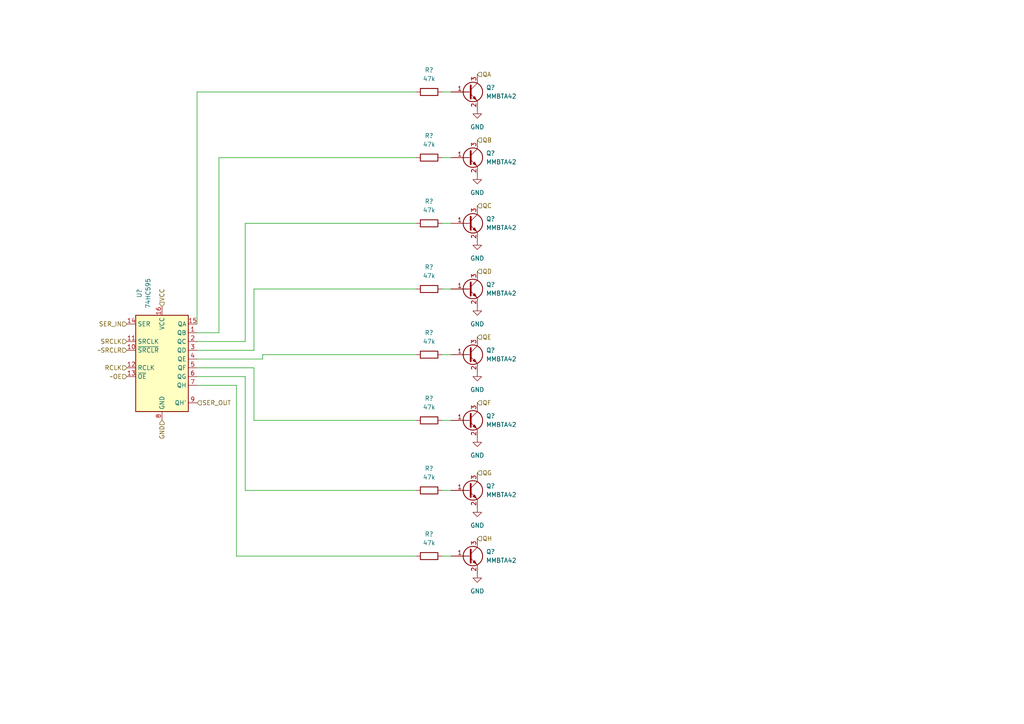
<source format=kicad_sch>
(kicad_sch (version 20211123) (generator eeschema)
  (paper "A4")
  (lib_symbols
    (symbol "74xx:74HC595"
      (property "Reference" "U" (at -7.62 13.97 0))
      (property "Value" "74HC595" (at -7.62 -16.51 0))
      (symbol "74HC595_1_0"
        (pin tri_state line (at 10.16 7.62 180) (length 2.54) (name "QB") (number "1"))
        (pin input line (at -10.16 2.54 0) (length 2.54) (name "~{SRCLR}") (number "10"))
        (pin input line (at -10.16 5.08 0) (length 2.54) (name "SRCLK") (number "11"))
        (pin input line (at -10.16 -2.54 0) (length 2.54) (name "RCLK") (number "12"))
        (pin input line (at -10.16 -5.08 0) (length 2.54) (name "~{OE}") (number "13"))
        (pin input line (at -10.16 10.16 0) (length 2.54) (name "SER") (number "14"))
        (pin tri_state line (at 10.16 10.16 180) (length 2.54) (name "QA") (number "15"))
        (pin power_in line (at 0 15.24 270) (length 2.54) (name "VCC") (number "16"))
        (pin tri_state line (at 10.16 5.08 180) (length 2.54) (name "QC") (number "2"))
        (pin tri_state line (at 10.16 2.54 180) (length 2.54) (name "QD") (number "3"))
        (pin tri_state line (at 10.16 0 180) (length 2.54) (name "QE") (number "4"))
        (pin tri_state line (at 10.16 -2.54 180) (length 2.54) (name "QF") (number "5"))
        (pin tri_state line (at 10.16 -5.08 180) (length 2.54) (name "QG") (number "6"))
        (pin tri_state line (at 10.16 -7.62 180) (length 2.54) (name "QH") (number "7"))
        (pin power_in line (at 0 -17.78 90) (length 2.54) (name "GND") (number "8"))
        (pin output line (at 10.16 -12.7 180) (length 2.54) (name "QH'") (number "9"))
      )
      (symbol "74HC595_1_1"
        (rectangle (start -7.62 12.7) (end 7.62 -15.24) (stroke (width 0.254)) (fill (type background)))
      )
    )
    (symbol "Device:R" (pin_numbers hide) (pin_names (offset 0))
      (property "Reference" "R" (at 2.032 0 90))
      (property "Value" "R" (at 0 0 90))
      (symbol "R_0_1"
        (rectangle (start -1.016 -2.54) (end 1.016 2.54) (stroke (width 0.254)))
      )
      (symbol "R_1_1"
        (pin passive line (at 0 3.81 270) (length 1.27) (name "~") (number "1"))
        (pin passive line (at 0 -3.81 90) (length 1.27) (name "~") (number "2"))
      )
    )
    (symbol "Transistor_BJT:MMBTA42" (pin_names (offset 0) hide)
      (property "Reference" "Q" (at 5.08 1.905 0))
      (property "Value" "MMBTA42" (at 5.08 0 0))
      (symbol "MMBTA42_0_1"
        (polyline (pts (xy 0 0) (xy 0.635 0)))
        (polyline (pts (xy 0.635 0.635) (xy 2.54 2.54)))
        (polyline (pts (xy 0.635 -0.635) (xy 2.54 -2.54) (xy 2.54 -2.54)))
        (polyline (pts (xy 0.635 1.905) (xy 0.635 -1.905) (xy 0.635 -1.905)) (stroke (width 0.508)))
        (polyline (pts (xy 1.27 -1.778) (xy 1.778 -1.27) (xy 2.286 -2.286) (xy 1.27 -1.778) (xy 1.27 -1.778)) (fill (type outline)))
        (circle (center 1.27 0) (radius 2.8194) (stroke (width 0.254)))
      )
      (symbol "MMBTA42_1_1"
        (pin input line (at -5.08 0 0) (length 5.08) (name "B") (number "1"))
        (pin passive line (at 2.54 -5.08 90) (length 2.54) (name "E") (number "2"))
        (pin passive line (at 2.54 5.08 270) (length 2.54) (name "C") (number "3"))
      )
    )
    (symbol "power:GND" (power) (pin_names (offset 0))
      (property "Value" "GND" (at 0 -3.81 0))
      (symbol "GND_0_1"
        (polyline (pts (xy 0 0) (xy 0 -1.27) (xy 1.27 -1.27) (xy 0 -2.54) (xy -1.27 -1.27) (xy 0 -1.27)))
      )
      (symbol "GND_1_1"
        (pin power_in line (at 0 0 270) (length 0) hide (name "GND") (number "1"))
      )
    )
  )
  (wire (pts (xy 68.58 111.76) (xy 68.58 161.29)))
  (wire (pts (xy 128.27 45.72) (xy 130.81 45.72)))
  (wire (pts (xy 128.27 102.87) (xy 130.81 102.87)))
  (wire (pts (xy 73.66 83.82) (xy 120.65 83.82)))
  (wire (pts (xy 57.15 111.76) (xy 68.58 111.76)))
  (wire (pts (xy 128.27 83.82) (xy 130.81 83.82)))
  (wire (pts (xy 71.12 99.06) (xy 71.12 64.77)))
  (wire (pts (xy 57.15 104.14) (xy 76.2 104.14)))
  (wire (pts (xy 73.66 121.92) (xy 120.65 121.92)))
  (wire (pts (xy 57.15 101.6) (xy 73.66 101.6)))
  (wire (pts (xy 71.12 142.24) (xy 120.65 142.24)))
  (wire (pts (xy 128.27 121.92) (xy 130.81 121.92)))
  (wire (pts (xy 68.58 161.29) (xy 120.65 161.29)))
  (wire (pts (xy 57.15 93.98) (xy 57.15 26.67)))
  (wire (pts (xy 57.15 106.68) (xy 73.66 106.68)))
  (wire (pts (xy 73.66 106.68) (xy 73.66 121.92)))
  (wire (pts (xy 76.2 102.87) (xy 120.65 102.87)))
  (wire (pts (xy 71.12 64.77) (xy 120.65 64.77)))
  (wire (pts (xy 63.5 45.72) (xy 120.65 45.72)))
  (wire (pts (xy 57.15 96.52) (xy 63.5 96.52)))
  (wire (pts (xy 57.15 26.67) (xy 120.65 26.67)))
  (wire (pts (xy 71.12 109.22) (xy 71.12 142.24)))
  (wire (pts (xy 57.15 99.06) (xy 71.12 99.06)))
  (wire (pts (xy 128.27 64.77) (xy 130.81 64.77)))
  (wire (pts (xy 63.5 96.52) (xy 63.5 45.72)))
  (wire (pts (xy 128.27 142.24) (xy 130.81 142.24)))
  (wire (pts (xy 128.27 26.67) (xy 130.81 26.67)))
  (wire (pts (xy 76.2 104.14) (xy 76.2 102.87)))
  (wire (pts (xy 73.66 101.6) (xy 73.66 83.82)))
  (wire (pts (xy 128.27 161.29) (xy 130.81 161.29)))
  (wire (pts (xy 57.15 109.22) (xy 71.12 109.22)))
  (hierarchical_label "QH" (shape input) (at 138.43 156.21 0))
  (hierarchical_label "GND" (shape input) (at 46.99 121.92 270))
  (hierarchical_label "QG" (shape input) (at 138.43 137.16 0))
  (hierarchical_label "~OE" (shape input) (at 36.83 109.22 180))
  (hierarchical_label "SRCLK" (shape input) (at 36.83 99.06 180))
  (hierarchical_label "RCLK" (shape input) (at 36.83 106.68 180))
  (hierarchical_label "VCC" (shape input) (at 46.99 88.9 90))
  (hierarchical_label "QB" (shape input) (at 138.43 40.64 0))
  (hierarchical_label "QD" (shape input) (at 138.43 78.74 0))
  (hierarchical_label "~SRCLR" (shape input) (at 36.83 101.6 180))
  (hierarchical_label "QE" (shape input) (at 138.43 97.79 0))
  (hierarchical_label "QC" (shape input) (at 138.43 59.69 0))
  (hierarchical_label "QA" (shape input) (at 138.43 21.59 0))
  (hierarchical_label "SER_OUT" (shape input) (at 57.15 116.84 0))
  (hierarchical_label "QF" (shape input) (at 138.43 116.84 0))
  (hierarchical_label "SER_IN" (shape input) (at 36.83 93.98 180))
  (symbol (lib_id "Transistor_BJT:MMBTA42") (at 135.89 64.77 0) (unit 1)
    (property "Reference" "Q?" (at 140.97 63.4999 0) (effects (justify left)))
    (property "Value" "MMBTA42" (at 140.97 66.0399 0) (effects (justify left)))
    (property "Footprint" "Package_TO_SOT_SMD:SOT-23" (effects hide))
    (property "Datasheet" "https://www.onsemi.com/pub/Collateral/MMBTA42LT1-D.PDF" (effects hide))
  )
  (symbol (lib_id "Transistor_BJT:MMBTA42") (at 135.89 142.24 0) (unit 1)
    (property "Reference" "Q?" (at 140.97 140.9699 0) (effects (justify left)))
    (property "Value" "MMBTA42" (at 140.97 143.5099 0) (effects (justify left)))
    (property "Footprint" "Package_TO_SOT_SMD:SOT-23" (effects hide))
    (property "Datasheet" "https://www.onsemi.com/pub/Collateral/MMBTA42LT1-D.PDF" (effects hide))
  )
  (symbol (lib_id "Device:R") (at 124.46 142.24 90) (unit 1)
    (property "Reference" "R?" (at 124.46 135.89 90))
    (property "Value" "47k" (at 124.46 138.43 90))
  )
  (symbol (lib_id "Device:R") (at 124.46 83.82 90) (unit 1)
    (property "Reference" "R?" (at 124.46 77.47 90))
    (property "Value" "47k" (at 124.46 80.01 90))
  )
  (symbol (lib_id "Transistor_BJT:MMBTA42") (at 135.89 102.87 0) (unit 1)
    (property "Reference" "Q?" (at 140.97 101.5999 0) (effects (justify left)))
    (property "Value" "MMBTA42" (at 140.97 104.1399 0) (effects (justify left)))
    (property "Footprint" "Package_TO_SOT_SMD:SOT-23" (effects hide))
    (property "Datasheet" "https://www.onsemi.com/pub/Collateral/MMBTA42LT1-D.PDF" (effects hide))
  )
  (symbol (lib_id "Device:R") (at 124.46 26.67 90) (unit 1)
    (property "Reference" "R?" (at 124.46 20.32 90))
    (property "Value" "47k" (at 124.46 22.86 90))
  )
  (symbol (lib_id "Device:R") (at 124.46 102.87 90) (unit 1)
    (property "Reference" "R?" (at 124.46 96.52 90))
    (property "Value" "47k" (at 124.46 99.06 90))
  )
  (symbol (lib_id "Device:R") (at 124.46 45.72 90) (unit 1)
    (property "Reference" "R?" (at 124.46 39.37 90))
    (property "Value" "47k" (at 124.46 41.91 90))
  )
  (symbol (lib_id "power:GND") (at 138.43 31.75 0) (unit 1)
    (property "Reference" "#PWR?" (effects hide))
    (property "Value" "GND" (at 138.43 36.83 0))
  )
  (symbol (lib_id "Transistor_BJT:MMBTA42") (at 135.89 26.67 0) (unit 1)
    (property "Reference" "Q?" (at 140.97 25.3999 0) (effects (justify left)))
    (property "Value" "MMBTA42" (at 140.97 27.9399 0) (effects (justify left)))
    (property "Footprint" "Package_TO_SOT_SMD:SOT-23" (effects hide))
    (property "Datasheet" "https://www.onsemi.com/pub/Collateral/MMBTA42LT1-D.PDF" (effects hide))
  )
  (symbol (lib_id "Transistor_BJT:MMBTA42") (at 135.89 45.72 0) (unit 1)
    (property "Reference" "Q?" (at 140.97 44.4499 0) (effects (justify left)))
    (property "Value" "MMBTA42" (at 140.97 46.9899 0) (effects (justify left)))
    (property "Footprint" "Package_TO_SOT_SMD:SOT-23" (effects hide))
    (property "Datasheet" "https://www.onsemi.com/pub/Collateral/MMBTA42LT1-D.PDF" (effects hide))
  )
  (symbol (lib_id "Transistor_BJT:MMBTA42") (at 135.89 83.82 0) (unit 1)
    (property "Reference" "Q?" (at 140.97 82.5499 0) (effects (justify left)))
    (property "Value" "MMBTA42" (at 140.97 85.0899 0) (effects (justify left)))
    (property "Footprint" "Package_TO_SOT_SMD:SOT-23" (effects hide))
    (property "Datasheet" "https://www.onsemi.com/pub/Collateral/MMBTA42LT1-D.PDF" (effects hide))
  )
  (symbol (lib_id "Transistor_BJT:MMBTA42") (at 135.89 161.29 0) (unit 1)
    (property "Reference" "Q?" (at 140.97 160.0199 0) (effects (justify left)))
    (property "Value" "MMBTA42" (at 140.97 162.5599 0) (effects (justify left)))
    (property "Footprint" "Package_TO_SOT_SMD:SOT-23" (effects hide))
    (property "Datasheet" "https://www.onsemi.com/pub/Collateral/MMBTA42LT1-D.PDF" (effects hide))
  )
  (symbol (lib_id "power:GND") (at 138.43 166.37 0) (unit 1)
    (property "Reference" "#PWR?" (effects hide))
    (property "Value" "GND" (at 138.43 171.45 0))
  )
  (symbol (lib_id "Transistor_BJT:MMBTA42") (at 135.89 121.92 0) (unit 1)
    (property "Reference" "Q?" (at 140.97 120.6499 0) (effects (justify left)))
    (property "Value" "MMBTA42" (at 140.97 123.1899 0) (effects (justify left)))
    (property "Footprint" "Package_TO_SOT_SMD:SOT-23" (effects hide))
    (property "Datasheet" "https://www.onsemi.com/pub/Collateral/MMBTA42LT1-D.PDF" (effects hide))
  )
  (symbol (lib_id "power:GND") (at 138.43 127 0) (unit 1)
    (property "Reference" "#PWR?" (effects hide))
    (property "Value" "GND" (at 138.43 132.08 0))
  )
  (symbol (lib_id "power:GND") (at 138.43 50.8 0) (unit 1)
    (property "Reference" "#PWR?" (effects hide))
    (property "Value" "GND" (at 138.43 55.88 0))
  )
  (symbol (lib_id "Device:R") (at 124.46 121.92 90) (unit 1)
    (property "Reference" "R?" (at 124.46 115.57 90))
    (property "Value" "47k" (at 124.46 118.11 90))
  )
  (symbol (lib_id "power:GND") (at 138.43 107.95 0) (unit 1)
    (property "Reference" "#PWR?" (effects hide))
    (property "Value" "GND" (at 138.43 113.03 0))
  )
  (symbol (lib_id "Device:R") (at 124.46 161.29 90) (unit 1)
    (property "Reference" "R?" (at 124.46 154.94 90))
    (property "Value" "47k" (at 124.46 157.48 90))
  )
  (symbol (lib_id "power:GND") (at 138.43 69.85 0) (unit 1)
    (property "Reference" "#PWR?" (effects hide))
    (property "Value" "GND" (at 138.43 74.93 0))
  )
  (symbol (lib_id "74xx:74HC595") (at 46.99 104.14 0) (unit 1)
    (property "Reference" "U?" (at 40.4112 85.09 90))
    (property "Value" "74HC595" (at 42.9512 85.09 90))
    (property "Datasheet" "http://www.ti.com/lit/ds/symlink/sn74hc595.pdf" (effects hide))
  )
  (symbol (lib_id "power:GND") (at 138.43 88.9 0) (unit 1)
    (property "Reference" "#PWR?" (effects hide))
    (property "Value" "GND" (at 138.43 93.98 0))
  )
  (symbol (lib_id "power:GND") (at 138.43 147.32 0) (unit 1)
    (property "Reference" "#PWR?" (effects hide))
    (property "Value" "GND" (at 138.43 152.4 0))
  )
  (symbol (lib_id "Device:R") (at 124.46 64.77 90) (unit 1)
    (property "Reference" "R?" (at 124.46 58.42 90))
    (property "Value" "47k" (at 124.46 60.96 90))
  )
)
</source>
